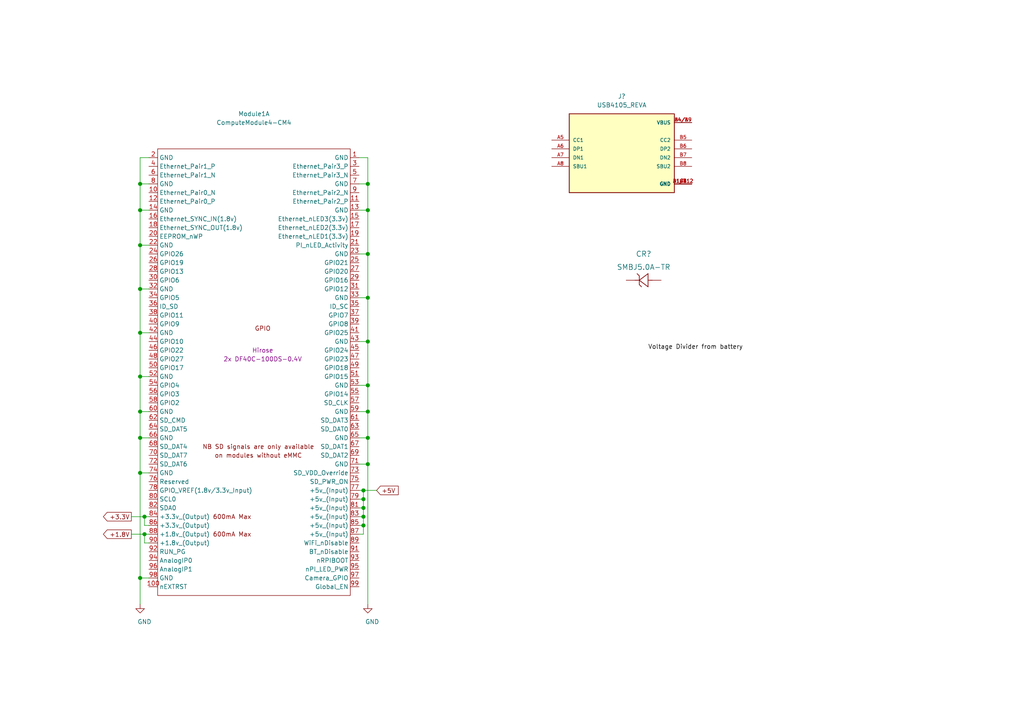
<source format=kicad_sch>
(kicad_sch (version 20210621) (generator eeschema)
  (paper "A4")
  (title_block (title "Raspberry Pi Compute Module 4 Xenon Carrier") (date "2021-10-09") (rev "v01") (company "77Z") (comment 2 "creativecommons.org/licenses/by-sa/4.0") (comment 3 "License: CC BY 4.0") (comment 4 "Author: Vince Richter"))
  (lib_symbols
    (symbol "CM4IO:ComputeModule4-CM4"
      (property "Reference" "Module" (at 113.03 -68.58 0))
      (property "Value" "ComputeModule4-CM4" (at 140.97 2.54 0))
      (property "Manufacturer" "Hirose" (at 0 0 0))
      (property "MPN" "2x DF40C-100DS-0.4V" (at 0 -2.54 0))
      (property "MPN (Alt)" "2x DF40HC(3.0)-100DS-0.4V" (at 0 0 0))
      (symbol "ComputeModule4-CM4_1_0"
        (text "GPIO" (at 0 6.35 0) (effects (font (size 1.27 1.27))))
      )
      (symbol "ComputeModule4-CM4_1_1"
        (text "600mA Max" (at -8.89 -53.34 0) (effects (font (size 1.27 1.27))))
        (text "600mA Max" (at -8.89 -48.26 0) (effects (font (size 1.27 1.27))))
        (text "NB SD signals are only available" (at -1.27 -27.94 0) (effects (font (size 1.27 1.27))))
        (text "on modules without eMMC" (at -1.27 -30.48 0) (effects (font (size 1.27 1.27))))
        (rectangle (start -30.48 -71.12) (end 25.4 58.42))
        (pin power_in line (at 27.94 55.88 180) (length 2.54) (name "GND") (number "1"))
        (pin passive line (at -33.02 45.72 0) (length 2.54) (name "Ethernet_Pair0_N") (number "10"))
        (pin output line (at -33.02 -68.58 0) (length 2.54) (name "nEXTRST") (number "100"))
        (pin passive line (at 27.94 43.18 180) (length 2.54) (name "Ethernet_Pair2_P") (number "11"))
        (pin passive line (at -33.02 43.18 0) (length 2.54) (name "Ethernet_Pair0_P") (number "12"))
        (pin power_in line (at 27.94 40.64 180) (length 2.54) (name "GND") (number "13"))
        (pin power_in line (at -33.02 40.64 0) (length 2.54) (name "GND") (number "14"))
        (pin output line (at 27.94 38.1 180) (length 2.54) (name "Ethernet_nLED3(3.3v)") (number "15"))
        (pin input line (at -33.02 38.1 0) (length 2.54) (name "Ethernet_SYNC_IN(1.8v)") (number "16"))
        (pin output line (at 27.94 35.56 180) (length 2.54) (name "Ethernet_nLED2(3.3v)") (number "17"))
        (pin input line (at -33.02 35.56 0) (length 2.54) (name "Ethernet_SYNC_OUT(1.8v)") (number "18"))
        (pin output line (at 27.94 33.02 180) (length 2.54) (name "Ethernet_nLED1(3.3v)") (number "19"))
        (pin power_in line (at -33.02 55.88 0) (length 2.54) (name "GND") (number "2"))
        (pin passive line (at -33.02 33.02 0) (length 2.54) (name "EEPROM_nWP") (number "20"))
        (pin open_collector line (at 27.94 30.48 180) (length 2.54) (name "PI_nLED_Activity") (number "21"))
        (pin power_in line (at -33.02 30.48 0) (length 2.54) (name "GND") (number "22"))
        (pin power_in line (at 27.94 27.94 180) (length 2.54) (name "GND") (number "23"))
        (pin passive line (at -33.02 27.94 0) (length 2.54) (name "GPIO26") (number "24"))
        (pin passive line (at 27.94 25.4 180) (length 2.54) (name "GPIO21") (number "25"))
        (pin passive line (at -33.02 25.4 0) (length 2.54) (name "GPIO19") (number "26"))
        (pin passive line (at 27.94 22.86 180) (length 2.54) (name "GPIO20") (number "27"))
        (pin passive line (at -33.02 22.86 0) (length 2.54) (name "GPIO13") (number "28"))
        (pin passive line (at 27.94 20.32 180) (length 2.54) (name "GPIO16") (number "29"))
        (pin passive line (at 27.94 53.34 180) (length 2.54) (name "Ethernet_Pair3_P") (number "3"))
        (pin passive line (at -33.02 20.32 0) (length 2.54) (name "GPIO6") (number "30"))
        (pin passive line (at 27.94 17.78 180) (length 2.54) (name "GPIO12") (number "31"))
        (pin power_in line (at -33.02 17.78 0) (length 2.54) (name "GND") (number "32"))
        (pin power_in line (at 27.94 15.24 180) (length 2.54) (name "GND") (number "33"))
        (pin passive line (at -33.02 15.24 0) (length 2.54) (name "GPIO5") (number "34"))
        (pin passive line (at 27.94 12.7 180) (length 2.54) (name "ID_SC") (number "35"))
        (pin passive line (at -33.02 12.7 0) (length 2.54) (name "ID_SD") (number "36"))
        (pin passive line (at 27.94 10.16 180) (length 2.54) (name "GPIO7") (number "37"))
        (pin passive line (at -33.02 10.16 0) (length 2.54) (name "GPIO11") (number "38"))
        (pin passive line (at 27.94 7.62 180) (length 2.54) (name "GPIO8") (number "39"))
        (pin passive line (at -33.02 53.34 0) (length 2.54) (name "Ethernet_Pair1_P") (number "4"))
        (pin passive line (at -33.02 7.62 0) (length 2.54) (name "GPIO9") (number "40"))
        (pin passive line (at 27.94 5.08 180) (length 2.54) (name "GPIO25") (number "41"))
        (pin power_in line (at -33.02 5.08 0) (length 2.54) (name "GND") (number "42"))
        (pin power_in line (at 27.94 2.54 180) (length 2.54) (name "GND") (number "43"))
        (pin passive line (at -33.02 2.54 0) (length 2.54) (name "GPIO10") (number "44"))
        (pin passive line (at 27.94 0 180) (length 2.54) (name "GPIO24") (number "45"))
        (pin passive line (at -33.02 0 0) (length 2.54) (name "GPIO22") (number "46"))
        (pin passive line (at 27.94 -2.54 180) (length 2.54) (name "GPIO23") (number "47"))
        (pin passive line (at -33.02 -2.54 0) (length 2.54) (name "GPIO27") (number "48"))
        (pin passive line (at 27.94 -5.08 180) (length 2.54) (name "GPIO18") (number "49"))
        (pin passive line (at 27.94 50.8 180) (length 2.54) (name "Ethernet_Pair3_N") (number "5"))
        (pin passive line (at -33.02 -5.08 0) (length 2.54) (name "GPIO17") (number "50"))
        (pin passive line (at 27.94 -7.62 180) (length 2.54) (name "GPIO15") (number "51"))
        (pin power_in line (at -33.02 -7.62 0) (length 2.54) (name "GND") (number "52"))
        (pin power_in line (at 27.94 -10.16 180) (length 2.54) (name "GND") (number "53"))
        (pin passive line (at -33.02 -10.16 0) (length 2.54) (name "GPIO4") (number "54"))
        (pin passive line (at 27.94 -12.7 180) (length 2.54) (name "GPIO14") (number "55"))
        (pin passive line (at -33.02 -12.7 0) (length 2.54) (name "GPIO3") (number "56"))
        (pin passive line (at 27.94 -15.24 180) (length 2.54) (name "SD_CLK") (number "57"))
        (pin passive line (at -33.02 -15.24 0) (length 2.54) (name "GPIO2") (number "58"))
        (pin power_in line (at 27.94 -17.78 180) (length 2.54) (name "GND") (number "59"))
        (pin passive line (at -33.02 50.8 0) (length 2.54) (name "Ethernet_Pair1_N") (number "6"))
        (pin power_in line (at -33.02 -17.78 0) (length 2.54) (name "GND") (number "60"))
        (pin passive line (at 27.94 -20.32 180) (length 2.54) (name "SD_DAT3") (number "61"))
        (pin passive line (at -33.02 -20.32 0) (length 2.54) (name "SD_CMD") (number "62"))
        (pin passive line (at 27.94 -22.86 180) (length 2.54) (name "SD_DAT0") (number "63"))
        (pin passive line (at -33.02 -22.86 0) (length 2.54) (name "SD_DAT5") (number "64"))
        (pin power_in line (at 27.94 -25.4 180) (length 2.54) (name "GND") (number "65"))
        (pin power_in line (at -33.02 -25.4 0) (length 2.54) (name "GND") (number "66"))
        (pin passive line (at 27.94 -27.94 180) (length 2.54) (name "SD_DAT1") (number "67"))
        (pin passive line (at -33.02 -27.94 0) (length 2.54) (name "SD_DAT4") (number "68"))
        (pin passive line (at 27.94 -30.48 180) (length 2.54) (name "SD_DAT2") (number "69"))
        (pin power_in line (at 27.94 48.26 180) (length 2.54) (name "GND") (number "7"))
        (pin passive line (at -33.02 -30.48 0) (length 2.54) (name "SD_DAT7") (number "70"))
        (pin power_in line (at 27.94 -33.02 180) (length 2.54) (name "GND") (number "71"))
        (pin passive line (at -33.02 -33.02 0) (length 2.54) (name "SD_DAT6") (number "72"))
        (pin input line (at 27.94 -35.56 180) (length 2.54) (name "SD_VDD_Override") (number "73"))
        (pin power_in line (at -33.02 -35.56 0) (length 2.54) (name "GND") (number "74"))
        (pin output line (at 27.94 -38.1 180) (length 2.54) (name "SD_PWR_ON") (number "75"))
        (pin passive line (at -33.02 -38.1 0) (length 2.54) (name "Reserved") (number "76"))
        (pin power_in line (at 27.94 -40.64 180) (length 2.54) (name "+5v_(Input)") (number "77"))
        (pin power_in line (at -33.02 -40.64 0) (length 2.54) (name "GPIO_VREF(1.8v/3.3v_Input)") (number "78"))
        (pin power_in line (at 27.94 -43.18 180) (length 2.54) (name "+5v_(Input)") (number "79"))
        (pin power_in line (at -33.02 48.26 0) (length 2.54) (name "GND") (number "8"))
        (pin passive line (at -33.02 -43.18 0) (length 2.54) (name "SCL0") (number "80"))
        (pin power_in line (at 27.94 -45.72 180) (length 2.54) (name "+5v_(Input)") (number "81"))
        (pin passive line (at -33.02 -45.72 0) (length 2.54) (name "SDA0") (number "82"))
        (pin power_in line (at 27.94 -48.26 180) (length 2.54) (name "+5v_(Input)") (number "83"))
        (pin power_out line (at -33.02 -48.26 0) (length 2.54) (name "+3.3v_(Output)") (number "84"))
        (pin power_in line (at 27.94 -50.8 180) (length 2.54) (name "+5v_(Input)") (number "85"))
        (pin power_out line (at -33.02 -50.8 0) (length 2.54) (name "+3.3v_(Output)") (number "86"))
        (pin power_in line (at 27.94 -53.34 180) (length 2.54) (name "+5v_(Input)") (number "87"))
        (pin power_out line (at -33.02 -53.34 0) (length 2.54) (name "+1.8v_(Output)") (number "88"))
        (pin power_in line (at 27.94 -55.88 180) (length 2.54) (name "WiFi_nDisable") (number "89"))
        (pin passive line (at 27.94 45.72 180) (length 2.54) (name "Ethernet_Pair2_N") (number "9"))
        (pin power_out line (at -33.02 -55.88 0) (length 2.54) (name "+1.8v_(Output)") (number "90"))
        (pin power_in line (at 27.94 -58.42 180) (length 2.54) (name "BT_nDisable") (number "91"))
        (pin passive line (at -33.02 -58.42 0) (length 2.54) (name "RUN_PG") (number "92"))
        (pin input line (at 27.94 -60.96 180) (length 2.54) (name "nRPIBOOT") (number "93"))
        (pin passive line (at -33.02 -60.96 0) (length 2.54) (name "AnalogIP0") (number "94"))
        (pin output line (at 27.94 -63.5 180) (length 2.54) (name "nPI_LED_PWR") (number "95"))
        (pin passive line (at -33.02 -63.5 0) (length 2.54) (name "AnalogIP1") (number "96"))
        (pin passive line (at 27.94 -66.04 180) (length 2.54) (name "Camera_GPIO") (number "97"))
        (pin power_in line (at -33.02 -66.04 0) (length 2.54) (name "GND") (number "98"))
        (pin input line (at 27.94 -68.58 180) (length 2.54) (name "Global_EN") (number "99"))
      )
      (symbol "ComputeModule4-CM4_2_1"
        (text "High Speed Serial" (at 140.97 0 0) (effects (font (size 1.27 1.27))))
        (rectangle (start 114.3 -66.04) (end 165.1 63.5))
        (pin input line (at 170.18 60.96 180) (length 5.08) (name "USB_OTG_ID") (number "101"))
        (pin input line (at 109.22 60.96 0) (length 5.08) (name "PCIe_CLK_nREQ") (number "102"))
        (pin passive line (at 170.18 58.42 180) (length 5.08) (name "USB2_N") (number "103"))
        (pin passive line (at 109.22 58.42 0) (length 5.08) (name "Reserved") (number "104"))
        (pin passive line (at 170.18 55.88 180) (length 5.08) (name "USB2_P") (number "105"))
        (pin passive line (at 109.22 55.88 0) (length 5.08) (name "Reserved") (number "106"))
        (pin power_in line (at 170.18 53.34 180) (length 5.08) (name "GND") (number "107"))
        (pin power_in line (at 109.22 53.34 0) (length 5.08) (name "GND") (number "108"))
        (pin bidirectional line (at 170.18 50.8 180) (length 5.08) (name "PCIe_nRST") (number "109"))
        (pin output line (at 109.22 50.8 0) (length 5.08) (name "PCIe_CLK_P") (number "110"))
        (pin passive line (at 170.18 48.26 180) (length 5.08) (name "VDAC_COMP") (number "111"))
        (pin output line (at 109.22 48.26 0) (length 5.08) (name "PCIe_CLK_N") (number "112"))
        (pin power_in line (at 170.18 45.72 180) (length 5.08) (name "GND") (number "113"))
        (pin power_in line (at 109.22 45.72 0) (length 5.08) (name "GND") (number "114"))
        (pin input line (at 170.18 43.18 180) (length 5.08) (name "CAM1_D0_N") (number "115"))
        (pin input line (at 109.22 43.18 0) (length 5.08) (name "PCIe_RX_P") (number "116"))
        (pin input line (at 170.18 40.64 180) (length 5.08) (name "CAM1_D0_P") (number "117"))
        (pin input line (at 109.22 40.64 0) (length 5.08) (name "PCIe_RX_N") (number "118"))
        (pin power_in line (at 170.18 38.1 180) (length 5.08) (name "GND") (number "119"))
        (pin power_in line (at 109.22 38.1 0) (length 5.08) (name "GND") (number "120"))
        (pin input line (at 170.18 35.56 180) (length 5.08) (name "CAM1_D1_N") (number "121"))
        (pin output line (at 109.22 35.56 0) (length 5.08) (name "PCIe_TX_P") (number "122"))
        (pin input line (at 170.18 33.02 180) (length 5.08) (name "CAM1_D1_P") (number "123"))
        (pin output line (at 109.22 33.02 0) (length 5.08) (name "PCIe_TX_N") (number "124"))
        (pin power_in line (at 170.18 30.48 180) (length 5.08) (name "GND") (number "125"))
        (pin power_in line (at 109.22 30.48 0) (length 5.08) (name "GND") (number "126"))
        (pin input line (at 170.18 27.94 180) (length 5.08) (name "CAM1_C_N") (number "127"))
        (pin input line (at 109.22 27.94 0) (length 5.08) (name "CAM0_D0_N") (number "128"))
        (pin input line (at 170.18 25.4 180) (length 5.08) (name "CAM1_C_P") (number "129"))
        (pin input line (at 109.22 25.4 0) (length 5.08) (name "CAM0_D0_P") (number "130"))
        (pin power_in line (at 170.18 22.86 180) (length 5.08) (name "GND") (number "131"))
        (pin power_in line (at 109.22 22.86 0) (length 5.08) (name "GND") (number "132"))
        (pin input line (at 170.18 20.32 180) (length 5.08) (name "CAM1_D2_N") (number "133"))
        (pin input line (at 109.22 20.32 0) (length 5.08) (name "CAM0_D1_N") (number "134"))
        (pin input line (at 170.18 17.78 180) (length 5.08) (name "CAM1_D2_P") (number "135"))
        (pin input line (at 109.22 17.78 0) (length 5.08) (name "CAM0_D1_P") (number "136"))
        (pin power_in line (at 170.18 15.24 180) (length 5.08) (name "GND") (number "137"))
        (pin power_in line (at 109.22 15.24 0) (length 5.08) (name "GND") (number "138"))
        (pin input line (at 170.18 12.7 180) (length 5.08) (name "CAM1_D3_N") (number "139"))
        (pin input line (at 109.22 12.7 0) (length 5.08) (name "CAM0_C_N") (number "140"))
        (pin input line (at 170.18 10.16 180) (length 5.08) (name "CAM1_D3_P") (number "141"))
        (pin input line (at 109.22 10.16 0) (length 5.08) (name "CAM0_C_P") (number "142"))
        (pin input line (at 170.18 7.62 180) (length 5.08) (name "HDMI1_HOTPLUG") (number "143"))
        (pin power_in line (at 109.22 7.62 0) (length 5.08) (name "GND") (number "144"))
        (pin bidirectional line (at 170.18 5.08 180) (length 5.08) (name "HDMI1_SDA") (number "145"))
        (pin output line (at 109.22 5.08 0) (length 5.08) (name "HDMI1_TX2_P") (number "146"))
        (pin open_collector line (at 170.18 2.54 180) (length 5.08) (name "HDMI1_SCL") (number "147"))
        (pin output line (at 109.22 2.54 0) (length 5.08) (name "HDMI1_TX2_N") (number "148"))
        (pin open_collector line (at 170.18 0 180) (length 5.08) (name "HDMI1_CEC") (number "149"))
        (pin power_in line (at 109.22 0 0) (length 5.08) (name "GND") (number "150"))
        (pin open_collector line (at 170.18 -2.54 180) (length 5.08) (name "HDMI0_CEC") (number "151"))
        (pin output line (at 109.22 -2.54 0) (length 5.08) (name "HDMI1_TX1_P") (number "152"))
        (pin input line (at 170.18 -5.08 180) (length 5.08) (name "HDMI0_HOTPLUG") (number "153"))
        (pin output line (at 109.22 -5.08 0) (length 5.08) (name "HDMI1_TX1_N") (number "154"))
        (pin power_in line (at 170.18 -7.62 180) (length 5.08) (name "GND") (number "155"))
        (pin power_in line (at 109.22 -7.62 0) (length 5.08) (name "GND") (number "156"))
        (pin output line (at 170.18 -10.16 180) (length 5.08) (name "DSI0_D0_N") (number "157"))
        (pin output line (at 109.22 -10.16 0) (length 5.08) (name "HDMI1_TX0_P") (number "158"))
        (pin output line (at 170.18 -12.7 180) (length 5.08) (name "DSI0_D0_P") (number "159"))
        (pin output line (at 109.22 -12.7 0) (length 5.08) (name "HDMI1_TX0_N") (number "160"))
        (pin power_in line (at 170.18 -15.24 180) (length 5.08) (name "GND") (number "161"))
        (pin power_in line (at 109.22 -15.24 0) (length 5.08) (name "GND") (number "162"))
        (pin output line (at 170.18 -17.78 180) (length 5.08) (name "DSI0_D1_N") (number "163"))
        (pin output line (at 109.22 -17.78 0) (length 5.08) (name "HDMI1_CLK_P") (number "164"))
        (pin output line (at 170.18 -20.32 180) (length 5.08) (name "DSI0_D1_P") (number "165"))
        (pin output line (at 109.22 -20.32 0) (length 5.08) (name "HDMI1_CLK_N") (number "166"))
        (pin power_in line (at 170.18 -22.86 180) (length 5.08) (name "GND") (number "167"))
        (pin power_in line (at 109.22 -22.86 0) (length 5.08) (name "GND") (number "168"))
        (pin output line (at 170.18 -25.4 180) (length 5.08) (name "DSI0_C_N") (number "169"))
        (pin output line (at 109.22 -25.4 0) (length 5.08) (name "HDMI0_TX2_P") (number "170"))
        (pin output line (at 170.18 -27.94 180) (length 5.08) (name "DSI0_C_P") (number "171"))
        (pin output line (at 109.22 -27.94 0) (length 5.08) (name "HDMI0_TX2_N") (number "172"))
        (pin power_in line (at 170.18 -30.48 180) (length 5.08) (name "GND") (number "173"))
        (pin power_in line (at 109.22 -30.48 0) (length 5.08) (name "GND") (number "174"))
        (pin output line (at 170.18 -33.02 180) (length 5.08) (name "DSI1_D0_N") (number "175"))
        (pin output line (at 109.22 -33.02 0) (length 5.08) (name "HDMI0_TX1_P") (number "176"))
        (pin output line (at 170.18 -35.56 180) (length 5.08) (name "DSI1_D0_P") (number "177"))
        (pin output line (at 109.22 -35.56 0) (length 5.08) (name "HDMI0_TX1_N") (number "178"))
        (pin power_in line (at 170.18 -38.1 180) (length 5.08) (name "GND") (number "179"))
        (pin power_in line (at 109.22 -38.1 0) (length 5.08) (name "GND") (number "180"))
        (pin output line (at 170.18 -40.64 180) (length 5.08) (name "DSI1_D1_N") (number "181"))
        (pin output line (at 109.22 -40.64 0) (length 5.08) (name "HDMI0_TX0_P") (number "182"))
        (pin output line (at 170.18 -43.18 180) (length 5.08) (name "DSI1_D1_P") (number "183"))
        (pin output line (at 109.22 -43.18 0) (length 5.08) (name "HDMI0_TX0_N") (number "184"))
        (pin power_in line (at 170.18 -45.72 180) (length 5.08) (name "GND") (number "185"))
        (pin power_in line (at 109.22 -45.72 0) (length 5.08) (name "GND") (number "186"))
        (pin output line (at 170.18 -48.26 180) (length 5.08) (name "DSI1_C_N") (number "187"))
        (pin output line (at 109.22 -48.26 0) (length 5.08) (name "HDMI0_CLK_P") (number "188"))
        (pin output line (at 170.18 -50.8 180) (length 5.08) (name "DSI1_C_P") (number "189"))
        (pin output line (at 109.22 -50.8 0) (length 5.08) (name "HDMI0_CLK_N") (number "190"))
        (pin power_in line (at 170.18 -53.34 180) (length 5.08) (name "GND") (number "191"))
        (pin power_in line (at 109.22 -53.34 0) (length 5.08) (name "GND") (number "192"))
        (pin output line (at 170.18 -55.88 180) (length 5.08) (name "DSI1_D2_N") (number "193"))
        (pin output line (at 109.22 -55.88 0) (length 5.08) (name "DSI1_D3_N") (number "194"))
        (pin output line (at 170.18 -58.42 180) (length 5.08) (name "DSI1_D2_P") (number "195"))
        (pin output line (at 109.22 -58.42 0) (length 5.08) (name "DSI1_D3_P") (number "196"))
        (pin power_in line (at 170.18 -60.96 180) (length 5.08) (name "GND") (number "197"))
        (pin power_in line (at 109.22 -60.96 0) (length 5.08) (name "GND") (number "198"))
        (pin bidirectional line (at 170.18 -63.5 180) (length 5.08) (name "HDMI0_SDA") (number "199"))
        (pin open_collector line (at 109.22 -63.5 0) (length 5.08) (name "HDMI0_SCL") (number "200"))
      )
    )
    (symbol "SMBJ5.0A-TR:SMBJ5.0A-TR" (pin_numbers hide) (pin_names (offset 1.651) hide)
      (property "Reference" "CR" (at 0 0 0))
      (property "Value" "SMBJ5.0A-TR" (at 1.27 -4.445 0))
      (symbol "SMBJ5.0A-TR_1_1"
        (polyline (pts (xy 2.54 0) (xy 3.81 0)) (stroke (width 0.2032)))
        (polyline (pts (xy 3.175 1.905) (xy 3.81 1.27)) (stroke (width 0.2032)))
        (polyline (pts (xy 3.81 -1.27) (xy 4.445 -1.905)) (stroke (width 0.2032)))
        (polyline (pts (xy 3.81 0) (xy 6.35 -1.905)) (stroke (width 0.2032)))
        (polyline (pts (xy 3.81 1.27) (xy 3.81 -1.27)) (stroke (width 0.2032)))
        (polyline (pts (xy 6.35 -1.905) (xy 6.35 1.905)) (stroke (width 0.2032)))
        (polyline (pts (xy 6.35 1.905) (xy 3.81 0)) (stroke (width 0.2032)))
        (polyline (pts (xy 7.62 0) (xy 6.35 0)) (stroke (width 0.2032)))
        (pin unspecified line (at 0 0 0) (length 2.54) (name "1") (number "1"))
        (pin unspecified line (at 10.16 0 180) (length 2.54) (name "2") (number "2"))
      )
    )
    (symbol "USB4105_REVA:USB4105_REVA" (pin_names (offset 1.016))
      (property "Reference" "J" (at -15.24 13.97 0))
      (property "Value" "USB4105_REVA" (at -15.24 -12.7 0))
      (symbol "USB4105_REVA_0_0"
        (rectangle (start -15.24 -10.16) (end 15.24 12.7) (stroke (width 0.254)) (fill (type background)))
        (pin power_in line (at 20.32 -7.62 180) (length 5.08) (name "GND") (number "A1/B12"))
        (pin power_in line (at 20.32 10.16 180) (length 5.08) (name "VBUS") (number "A4/B9"))
        (pin bidirectional line (at -20.32 5.08 0) (length 5.08) (name "CC1") (number "A5"))
        (pin bidirectional line (at -20.32 2.54 0) (length 5.08) (name "DP1") (number "A6"))
        (pin bidirectional line (at -20.32 0 0) (length 5.08) (name "DN1") (number "A7"))
        (pin bidirectional line (at -20.32 -2.54 0) (length 5.08) (name "SBU1") (number "A8"))
        (pin power_in line (at 20.32 -7.62 180) (length 5.08) (name "GND") (number "B1/A12"))
        (pin power_in line (at 20.32 10.16 180) (length 5.08) (name "VBUS") (number "B4/A9"))
        (pin bidirectional line (at 20.32 5.08 180) (length 5.08) (name "CC2") (number "B5"))
        (pin bidirectional line (at 20.32 2.54 180) (length 5.08) (name "DP2") (number "B6"))
        (pin bidirectional line (at 20.32 0 180) (length 5.08) (name "DN2") (number "B7"))
        (pin bidirectional line (at 20.32 -2.54 180) (length 5.08) (name "SBU2") (number "B8"))
        (pin power_in line (at 20.32 -7.62 180) (length 5.08) (name "GND") (number "G1"))
        (pin power_in line (at 20.32 -7.62 180) (length 5.08) (name "GND") (number "G2"))
        (pin power_in line (at 20.32 -7.62 180) (length 5.08) (name "GND") (number "G3"))
        (pin power_in line (at 20.32 -7.62 180) (length 5.08) (name "GND") (number "G4"))
      )
    )
    (symbol "power:GND" (power) (pin_names (offset 0))
      (property "Value" "GND" (at 0 -3.81 0))
      (symbol "GND_0_1"
        (polyline (pts (xy 0 0) (xy 0 -1.27) (xy 1.27 -1.27) (xy 0 -2.54) (xy -1.27 -1.27) (xy 0 -1.27)))
      )
      (symbol "GND_1_1"
        (pin power_in line (at 0 0 270) (length 0) hide (name "GND") (number "1"))
      )
    )
  )
  (junction (at 40.64 53.34) (diameter 1.016))
  (junction (at 40.64 60.96) (diameter 1.016))
  (junction (at 40.64 71.12) (diameter 1.016))
  (junction (at 40.64 83.82) (diameter 1.016))
  (junction (at 40.64 96.52) (diameter 1.016))
  (junction (at 40.64 109.22) (diameter 1.016))
  (junction (at 40.64 119.38) (diameter 1.016))
  (junction (at 40.64 127) (diameter 1.016))
  (junction (at 40.64 137.16) (diameter 1.016))
  (junction (at 40.64 167.64) (diameter 1.016))
  (junction (at 41.91 149.86) (diameter 1.016))
  (junction (at 41.91 154.94) (diameter 1.016))
  (junction (at 105.41 142.24) (diameter 1.016))
  (junction (at 105.41 144.78) (diameter 1.016))
  (junction (at 105.41 147.32) (diameter 1.016))
  (junction (at 105.41 149.86) (diameter 1.016))
  (junction (at 105.41 152.4) (diameter 1.016))
  (junction (at 106.68 53.34) (diameter 1.016))
  (junction (at 106.68 60.96) (diameter 1.016))
  (junction (at 106.68 73.66) (diameter 1.016))
  (junction (at 106.68 86.36) (diameter 1.016))
  (junction (at 106.68 99.06) (diameter 1.016))
  (junction (at 106.68 111.76) (diameter 1.016))
  (junction (at 106.68 119.38) (diameter 1.016))
  (junction (at 106.68 127) (diameter 1.016))
  (junction (at 106.68 134.62) (diameter 1.016))
  (wire (pts (xy 38.1 149.86) (xy 41.91 149.86)))
  (wire (pts (xy 38.1 154.94) (xy 41.91 154.94)))
  (wire (pts (xy 40.64 45.72) (xy 40.64 53.34)))
  (wire (pts (xy 40.64 53.34) (xy 40.64 60.96)))
  (wire (pts (xy 40.64 53.34) (xy 43.18 53.34)))
  (wire (pts (xy 40.64 60.96) (xy 40.64 71.12)))
  (wire (pts (xy 40.64 60.96) (xy 43.18 60.96)))
  (wire (pts (xy 40.64 71.12) (xy 40.64 83.82)))
  (wire (pts (xy 40.64 71.12) (xy 43.18 71.12)))
  (wire (pts (xy 40.64 83.82) (xy 40.64 96.52)))
  (wire (pts (xy 40.64 83.82) (xy 43.18 83.82)))
  (wire (pts (xy 40.64 96.52) (xy 40.64 109.22)))
  (wire (pts (xy 40.64 96.52) (xy 43.18 96.52)))
  (wire (pts (xy 40.64 109.22) (xy 40.64 119.38)))
  (wire (pts (xy 40.64 109.22) (xy 43.18 109.22)))
  (wire (pts (xy 40.64 119.38) (xy 40.64 127)))
  (wire (pts (xy 40.64 119.38) (xy 43.18 119.38)))
  (wire (pts (xy 40.64 127) (xy 40.64 137.16)))
  (wire (pts (xy 40.64 127) (xy 43.18 127)))
  (wire (pts (xy 40.64 137.16) (xy 40.64 167.64)))
  (wire (pts (xy 40.64 137.16) (xy 43.18 137.16)))
  (wire (pts (xy 40.64 167.64) (xy 40.64 175.26)))
  (wire (pts (xy 40.64 167.64) (xy 43.18 167.64)))
  (wire (pts (xy 41.91 149.86) (xy 43.18 149.86)))
  (wire (pts (xy 41.91 152.4) (xy 41.91 149.86)))
  (wire (pts (xy 41.91 154.94) (xy 43.18 154.94)))
  (wire (pts (xy 41.91 157.48) (xy 41.91 154.94)))
  (wire (pts (xy 43.18 45.72) (xy 40.64 45.72)))
  (wire (pts (xy 43.18 152.4) (xy 41.91 152.4)))
  (wire (pts (xy 43.18 157.48) (xy 41.91 157.48)))
  (wire (pts (xy 104.14 45.72) (xy 106.68 45.72)))
  (wire (pts (xy 104.14 53.34) (xy 106.68 53.34)))
  (wire (pts (xy 104.14 60.96) (xy 106.68 60.96)))
  (wire (pts (xy 104.14 73.66) (xy 106.68 73.66)))
  (wire (pts (xy 104.14 86.36) (xy 106.68 86.36)))
  (wire (pts (xy 104.14 99.06) (xy 106.68 99.06)))
  (wire (pts (xy 104.14 111.76) (xy 106.68 111.76)))
  (wire (pts (xy 104.14 119.38) (xy 106.68 119.38)))
  (wire (pts (xy 104.14 127) (xy 106.68 127)))
  (wire (pts (xy 104.14 134.62) (xy 106.68 134.62)))
  (wire (pts (xy 104.14 142.24) (xy 105.41 142.24)))
  (wire (pts (xy 104.14 144.78) (xy 105.41 144.78)))
  (wire (pts (xy 104.14 147.32) (xy 105.41 147.32)))
  (wire (pts (xy 104.14 149.86) (xy 105.41 149.86)))
  (wire (pts (xy 104.14 152.4) (xy 105.41 152.4)))
  (wire (pts (xy 104.14 154.94) (xy 105.41 154.94)))
  (wire (pts (xy 105.41 142.24) (xy 109.22 142.24)))
  (wire (pts (xy 105.41 144.78) (xy 105.41 142.24)))
  (wire (pts (xy 105.41 147.32) (xy 105.41 144.78)))
  (wire (pts (xy 105.41 149.86) (xy 105.41 147.32)))
  (wire (pts (xy 105.41 152.4) (xy 105.41 149.86)))
  (wire (pts (xy 105.41 154.94) (xy 105.41 152.4)))
  (wire (pts (xy 106.68 45.72) (xy 106.68 53.34)))
  (wire (pts (xy 106.68 53.34) (xy 106.68 60.96)))
  (wire (pts (xy 106.68 60.96) (xy 106.68 73.66)))
  (wire (pts (xy 106.68 73.66) (xy 106.68 86.36)))
  (wire (pts (xy 106.68 86.36) (xy 106.68 99.06)))
  (wire (pts (xy 106.68 99.06) (xy 106.68 111.76)))
  (wire (pts (xy 106.68 111.76) (xy 106.68 119.38)))
  (wire (pts (xy 106.68 119.38) (xy 106.68 127)))
  (wire (pts (xy 106.68 127) (xy 106.68 134.62)))
  (wire (pts (xy 106.68 134.62) (xy 106.68 175.26)))
  (label "Voltage Divider from battery" (at 187.96 101.6 0))
  (global_label "+3.3V" (shape output) (at 38.1 149.86 180) (property "Intersheet References" "${INTERSHEET_REFS}" (effects hide)))
  (global_label "+1.8V" (shape output) (at 38.1 154.94 180) (property "Intersheet References" "${INTERSHEET_REFS}" (effects hide)))
  (global_label "+5V" (shape input) (at 109.22 142.24 0) (property "Intersheet References" "${INTERSHEET_REFS}" (effects hide)))
  (symbol (lib_id "power:GND") (at 40.64 175.26 0) (unit 1)
    (property "Reference" "#PWR?" (effects hide))
    (property "Value" "GND" (at 41.91 180.34 0))
  )
  (symbol (lib_id "power:GND") (at 106.68 175.26 0) (unit 1)
    (property "Reference" "#PWR?" (effects hide))
    (property "Value" "GND" (at 107.95 180.34 0))
  )
  (symbol (lib_id "SMBJ5.0A-TR:SMBJ5.0A-TR") (at 181.61 81.28 0) (unit 1)
    (property "Reference" "CR?" (at 186.69 73.66 0) (effects (font (size 1.524 1.524))))
    (property "Value" "SMBJ5.0A-TR" (at 186.69 77.47 0) (effects (font (size 1.524 1.524))))
    (property "Footprint" "SMB_STM" (effects hide))
  )
  (symbol (lib_id "USB4105_REVA:USB4105_REVA") (at 180.34 45.72 0) (unit 1)
    (property "Reference" "J?" (at 180.34 27.94 0))
    (property "Value" "USB4105_REVA" (at 180.34 30.48 0))
    (property "Footprint" "GCT_USB4105_REVA" (effects hide))
    (property "PARTREV" "0.2" (effects hide))
    (property "STANDARD" "Manufacturer Recommendations" (effects hide))
    (property "MAXIMUM_PACKAGE_HEIGHT" "3.31 mm" (effects hide))
    (property "MANUFACTURER" "GCT" (effects hide))
  )
  (symbol (lib_id "CM4IO:ComputeModule4-CM4") (at 76.2 101.6 0) (unit 1)
    (property "Reference" "Module1" (at 73.66 33.02 0))
    (property "Value" "ComputeModule4-CM4" (at 73.66 35.56 0))
    (property "Footprint" "CM4IO:Raspberry-Pi-4-Compute-Module" (effects hide))
    (property "Manufacturer" "Hirose" (at 76.2 101.6 0))
    (property "MPN" "2x DF40C-100DS-0.4V" (at 76.2 104.14 0))
    (property "Digi-Key_PN" "2x H11615CT-ND" (effects hide))
    (property "Digi-Key_PN (Alt)" "2x H124602CT-ND" (effects hide))
  )
)
</source>
